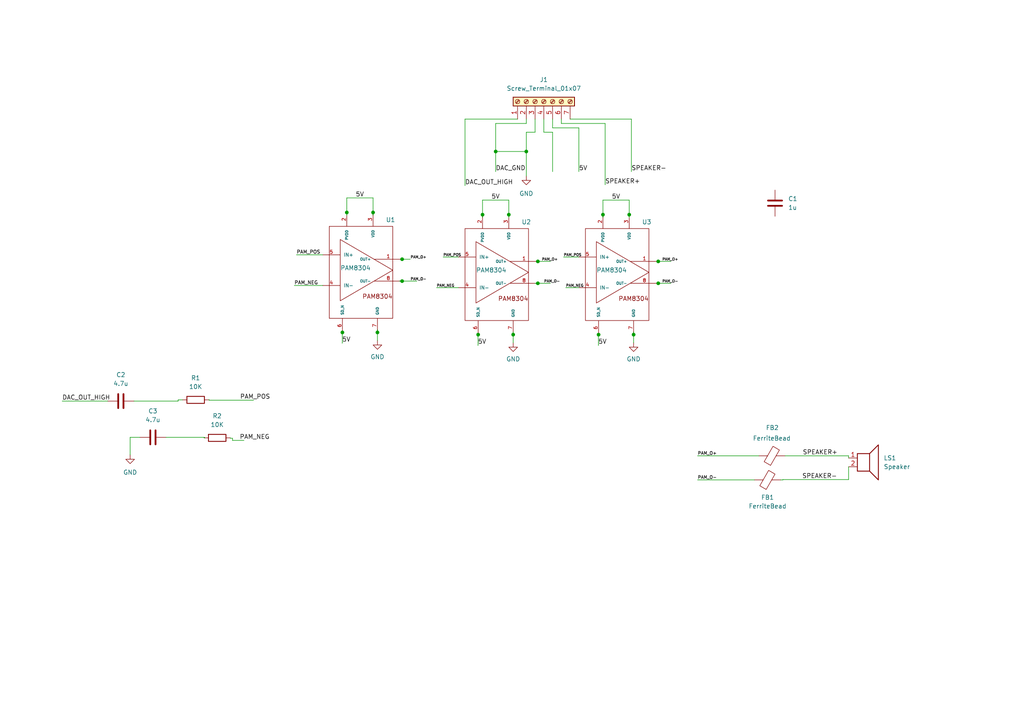
<source format=kicad_sch>
(kicad_sch (version 20230121) (generator eeschema)

  (uuid b3477dd3-09f8-4c01-bb52-5c89c13a892d)

  (paper "A4")

  (lib_symbols
    (symbol "Connector:Screw_Terminal_01x07" (pin_names (offset 1.016) hide) (in_bom yes) (on_board yes)
      (property "Reference" "J" (at 0 10.16 0)
        (effects (font (size 1.27 1.27)))
      )
      (property "Value" "Screw_Terminal_01x07" (at 0 -10.16 0)
        (effects (font (size 1.27 1.27)))
      )
      (property "Footprint" "" (at 0 0 0)
        (effects (font (size 1.27 1.27)) hide)
      )
      (property "Datasheet" "~" (at 0 0 0)
        (effects (font (size 1.27 1.27)) hide)
      )
      (property "ki_keywords" "screw terminal" (at 0 0 0)
        (effects (font (size 1.27 1.27)) hide)
      )
      (property "ki_description" "Generic screw terminal, single row, 01x07, script generated (kicad-library-utils/schlib/autogen/connector/)" (at 0 0 0)
        (effects (font (size 1.27 1.27)) hide)
      )
      (property "ki_fp_filters" "TerminalBlock*:*" (at 0 0 0)
        (effects (font (size 1.27 1.27)) hide)
      )
      (symbol "Screw_Terminal_01x07_1_1"
        (rectangle (start -1.27 8.89) (end 1.27 -8.89)
          (stroke (width 0.254) (type default))
          (fill (type background))
        )
        (circle (center 0 -7.62) (radius 0.635)
          (stroke (width 0.1524) (type default))
          (fill (type none))
        )
        (circle (center 0 -5.08) (radius 0.635)
          (stroke (width 0.1524) (type default))
          (fill (type none))
        )
        (circle (center 0 -2.54) (radius 0.635)
          (stroke (width 0.1524) (type default))
          (fill (type none))
        )
        (polyline
          (pts
            (xy -0.5334 -7.2898)
            (xy 0.3302 -8.128)
          )
          (stroke (width 0.1524) (type default))
          (fill (type none))
        )
        (polyline
          (pts
            (xy -0.5334 -4.7498)
            (xy 0.3302 -5.588)
          )
          (stroke (width 0.1524) (type default))
          (fill (type none))
        )
        (polyline
          (pts
            (xy -0.5334 -2.2098)
            (xy 0.3302 -3.048)
          )
          (stroke (width 0.1524) (type default))
          (fill (type none))
        )
        (polyline
          (pts
            (xy -0.5334 0.3302)
            (xy 0.3302 -0.508)
          )
          (stroke (width 0.1524) (type default))
          (fill (type none))
        )
        (polyline
          (pts
            (xy -0.5334 2.8702)
            (xy 0.3302 2.032)
          )
          (stroke (width 0.1524) (type default))
          (fill (type none))
        )
        (polyline
          (pts
            (xy -0.5334 5.4102)
            (xy 0.3302 4.572)
          )
          (stroke (width 0.1524) (type default))
          (fill (type none))
        )
        (polyline
          (pts
            (xy -0.5334 7.9502)
            (xy 0.3302 7.112)
          )
          (stroke (width 0.1524) (type default))
          (fill (type none))
        )
        (polyline
          (pts
            (xy -0.3556 -7.112)
            (xy 0.508 -7.9502)
          )
          (stroke (width 0.1524) (type default))
          (fill (type none))
        )
        (polyline
          (pts
            (xy -0.3556 -4.572)
            (xy 0.508 -5.4102)
          )
          (stroke (width 0.1524) (type default))
          (fill (type none))
        )
        (polyline
          (pts
            (xy -0.3556 -2.032)
            (xy 0.508 -2.8702)
          )
          (stroke (width 0.1524) (type default))
          (fill (type none))
        )
        (polyline
          (pts
            (xy -0.3556 0.508)
            (xy 0.508 -0.3302)
          )
          (stroke (width 0.1524) (type default))
          (fill (type none))
        )
        (polyline
          (pts
            (xy -0.3556 3.048)
            (xy 0.508 2.2098)
          )
          (stroke (width 0.1524) (type default))
          (fill (type none))
        )
        (polyline
          (pts
            (xy -0.3556 5.588)
            (xy 0.508 4.7498)
          )
          (stroke (width 0.1524) (type default))
          (fill (type none))
        )
        (polyline
          (pts
            (xy -0.3556 8.128)
            (xy 0.508 7.2898)
          )
          (stroke (width 0.1524) (type default))
          (fill (type none))
        )
        (circle (center 0 0) (radius 0.635)
          (stroke (width 0.1524) (type default))
          (fill (type none))
        )
        (circle (center 0 2.54) (radius 0.635)
          (stroke (width 0.1524) (type default))
          (fill (type none))
        )
        (circle (center 0 5.08) (radius 0.635)
          (stroke (width 0.1524) (type default))
          (fill (type none))
        )
        (circle (center 0 7.62) (radius 0.635)
          (stroke (width 0.1524) (type default))
          (fill (type none))
        )
        (pin passive line (at -5.08 7.62 0) (length 3.81)
          (name "Pin_1" (effects (font (size 1.27 1.27))))
          (number "1" (effects (font (size 1.27 1.27))))
        )
        (pin passive line (at -5.08 5.08 0) (length 3.81)
          (name "Pin_2" (effects (font (size 1.27 1.27))))
          (number "2" (effects (font (size 1.27 1.27))))
        )
        (pin passive line (at -5.08 2.54 0) (length 3.81)
          (name "Pin_3" (effects (font (size 1.27 1.27))))
          (number "3" (effects (font (size 1.27 1.27))))
        )
        (pin passive line (at -5.08 0 0) (length 3.81)
          (name "Pin_4" (effects (font (size 1.27 1.27))))
          (number "4" (effects (font (size 1.27 1.27))))
        )
        (pin passive line (at -5.08 -2.54 0) (length 3.81)
          (name "Pin_5" (effects (font (size 1.27 1.27))))
          (number "5" (effects (font (size 1.27 1.27))))
        )
        (pin passive line (at -5.08 -5.08 0) (length 3.81)
          (name "Pin_6" (effects (font (size 1.27 1.27))))
          (number "6" (effects (font (size 1.27 1.27))))
        )
        (pin passive line (at -5.08 -7.62 0) (length 3.81)
          (name "Pin_7" (effects (font (size 1.27 1.27))))
          (number "7" (effects (font (size 1.27 1.27))))
        )
      )
    )
    (symbol "Device:C" (pin_numbers hide) (pin_names (offset 0.254)) (in_bom yes) (on_board yes)
      (property "Reference" "C" (at 0.635 2.54 0)
        (effects (font (size 1.27 1.27)) (justify left))
      )
      (property "Value" "C" (at 0.635 -2.54 0)
        (effects (font (size 1.27 1.27)) (justify left))
      )
      (property "Footprint" "" (at 0.9652 -3.81 0)
        (effects (font (size 1.27 1.27)) hide)
      )
      (property "Datasheet" "~" (at 0 0 0)
        (effects (font (size 1.27 1.27)) hide)
      )
      (property "ki_keywords" "cap capacitor" (at 0 0 0)
        (effects (font (size 1.27 1.27)) hide)
      )
      (property "ki_description" "Unpolarized capacitor" (at 0 0 0)
        (effects (font (size 1.27 1.27)) hide)
      )
      (property "ki_fp_filters" "C_*" (at 0 0 0)
        (effects (font (size 1.27 1.27)) hide)
      )
      (symbol "C_0_1"
        (polyline
          (pts
            (xy -2.032 -0.762)
            (xy 2.032 -0.762)
          )
          (stroke (width 0.508) (type default))
          (fill (type none))
        )
        (polyline
          (pts
            (xy -2.032 0.762)
            (xy 2.032 0.762)
          )
          (stroke (width 0.508) (type default))
          (fill (type none))
        )
      )
      (symbol "C_1_1"
        (pin passive line (at 0 3.81 270) (length 2.794)
          (name "~" (effects (font (size 1.27 1.27))))
          (number "1" (effects (font (size 1.27 1.27))))
        )
        (pin passive line (at 0 -3.81 90) (length 2.794)
          (name "~" (effects (font (size 1.27 1.27))))
          (number "2" (effects (font (size 1.27 1.27))))
        )
      )
    )
    (symbol "Device:FerriteBead" (pin_numbers hide) (pin_names (offset 0)) (in_bom yes) (on_board yes)
      (property "Reference" "FB" (at -3.81 0.635 90)
        (effects (font (size 1.27 1.27)))
      )
      (property "Value" "FerriteBead" (at 3.81 0 90)
        (effects (font (size 1.27 1.27)))
      )
      (property "Footprint" "" (at -1.778 0 90)
        (effects (font (size 1.27 1.27)) hide)
      )
      (property "Datasheet" "~" (at 0 0 0)
        (effects (font (size 1.27 1.27)) hide)
      )
      (property "ki_keywords" "L ferrite bead inductor filter" (at 0 0 0)
        (effects (font (size 1.27 1.27)) hide)
      )
      (property "ki_description" "Ferrite bead" (at 0 0 0)
        (effects (font (size 1.27 1.27)) hide)
      )
      (property "ki_fp_filters" "Inductor_* L_* *Ferrite*" (at 0 0 0)
        (effects (font (size 1.27 1.27)) hide)
      )
      (symbol "FerriteBead_0_1"
        (polyline
          (pts
            (xy 0 -1.27)
            (xy 0 -1.2192)
          )
          (stroke (width 0) (type default))
          (fill (type none))
        )
        (polyline
          (pts
            (xy 0 1.27)
            (xy 0 1.2954)
          )
          (stroke (width 0) (type default))
          (fill (type none))
        )
        (polyline
          (pts
            (xy -2.7686 0.4064)
            (xy -1.7018 2.2606)
            (xy 2.7686 -0.3048)
            (xy 1.6764 -2.159)
            (xy -2.7686 0.4064)
          )
          (stroke (width 0) (type default))
          (fill (type none))
        )
      )
      (symbol "FerriteBead_1_1"
        (pin passive line (at 0 3.81 270) (length 2.54)
          (name "~" (effects (font (size 1.27 1.27))))
          (number "1" (effects (font (size 1.27 1.27))))
        )
        (pin passive line (at 0 -3.81 90) (length 2.54)
          (name "~" (effects (font (size 1.27 1.27))))
          (number "2" (effects (font (size 1.27 1.27))))
        )
      )
    )
    (symbol "Device:R" (pin_numbers hide) (pin_names (offset 0)) (in_bom yes) (on_board yes)
      (property "Reference" "R" (at 2.032 0 90)
        (effects (font (size 1.27 1.27)))
      )
      (property "Value" "R" (at 0 0 90)
        (effects (font (size 1.27 1.27)))
      )
      (property "Footprint" "" (at -1.778 0 90)
        (effects (font (size 1.27 1.27)) hide)
      )
      (property "Datasheet" "~" (at 0 0 0)
        (effects (font (size 1.27 1.27)) hide)
      )
      (property "ki_keywords" "R res resistor" (at 0 0 0)
        (effects (font (size 1.27 1.27)) hide)
      )
      (property "ki_description" "Resistor" (at 0 0 0)
        (effects (font (size 1.27 1.27)) hide)
      )
      (property "ki_fp_filters" "R_*" (at 0 0 0)
        (effects (font (size 1.27 1.27)) hide)
      )
      (symbol "R_0_1"
        (rectangle (start -1.016 -2.54) (end 1.016 2.54)
          (stroke (width 0.254) (type default))
          (fill (type none))
        )
      )
      (symbol "R_1_1"
        (pin passive line (at 0 3.81 270) (length 1.27)
          (name "~" (effects (font (size 1.27 1.27))))
          (number "1" (effects (font (size 1.27 1.27))))
        )
        (pin passive line (at 0 -3.81 90) (length 1.27)
          (name "~" (effects (font (size 1.27 1.27))))
          (number "2" (effects (font (size 1.27 1.27))))
        )
      )
    )
    (symbol "Device:Speaker" (pin_names (offset 0) hide) (in_bom yes) (on_board yes)
      (property "Reference" "LS" (at 1.27 5.715 0)
        (effects (font (size 1.27 1.27)) (justify right))
      )
      (property "Value" "Speaker" (at 1.27 3.81 0)
        (effects (font (size 1.27 1.27)) (justify right))
      )
      (property "Footprint" "" (at 0 -5.08 0)
        (effects (font (size 1.27 1.27)) hide)
      )
      (property "Datasheet" "~" (at -0.254 -1.27 0)
        (effects (font (size 1.27 1.27)) hide)
      )
      (property "ki_keywords" "speaker sound" (at 0 0 0)
        (effects (font (size 1.27 1.27)) hide)
      )
      (property "ki_description" "Speaker" (at 0 0 0)
        (effects (font (size 1.27 1.27)) hide)
      )
      (symbol "Speaker_0_0"
        (rectangle (start -2.54 1.27) (end 1.016 -3.81)
          (stroke (width 0.254) (type default))
          (fill (type none))
        )
        (polyline
          (pts
            (xy 1.016 1.27)
            (xy 3.556 3.81)
            (xy 3.556 -6.35)
            (xy 1.016 -3.81)
          )
          (stroke (width 0.254) (type default))
          (fill (type none))
        )
      )
      (symbol "Speaker_1_1"
        (pin input line (at -5.08 0 0) (length 2.54)
          (name "1" (effects (font (size 1.27 1.27))))
          (number "1" (effects (font (size 1.27 1.27))))
        )
        (pin input line (at -5.08 -2.54 0) (length 2.54)
          (name "2" (effects (font (size 1.27 1.27))))
          (number "2" (effects (font (size 1.27 1.27))))
        )
      )
    )
    (symbol "Symbol_library:Audio_Amp" (pin_names (offset 1)) (in_bom yes) (on_board yes)
      (property "Reference" "U" (at 8.89 13.335 0)
        (effects (font (size 1.27 1.27)))
      )
      (property "Value" "" (at 0 0 0)
        (effects (font (size 1.27 1.27)))
      )
      (property "Footprint" "" (at 0 0 0)
        (effects (font (size 1.27 1.27)) hide)
      )
      (property "Datasheet" "" (at 0 0 0)
        (effects (font (size 1.27 1.27)) hide)
      )
      (symbol "Audio_Amp_0_1"
        (rectangle (start -7.62 12.065) (end 10.795 -14.605)
          (stroke (width 0) (type default))
          (fill (type none))
        )
        (polyline
          (pts
            (xy -4.445 8.255)
            (xy -4.445 -9.525)
            (xy 10.795 -0.635)
            (xy -4.445 8.255)
          )
          (stroke (width 0) (type default))
          (fill (type none))
        )
      )
      (symbol "Audio_Amp_1_1"
        (text "PAM8304" (at 6.35 -8.255 0)
          (effects (font (size 1.27 1.27)))
        )
        (pin output line (at 13.5 2.54 180) (length 8)
          (name "OUT+" (effects (font (size 0.75 0.75))))
          (number "1" (effects (font (size 1 1))))
        )
        (pin power_in line (at -2.54 16.1 270) (length 4)
          (name "PVDD" (effects (font (size 0.75 0.75))))
          (number "2" (effects (font (size 1 1))))
        )
        (pin power_in line (at 5.08 16.1 270) (length 4)
          (name "VDD" (effects (font (size 0.75 0.75))))
          (number "3" (effects (font (size 1 1))))
        )
        (pin input line (at -9.525 -5.08 0) (length 5)
          (name "IN-" (effects (font (size 1 1))))
          (number "4" (effects (font (size 1 1))))
        )
        (pin input line (at -9.525 3.81 0) (length 5)
          (name "IN+" (effects (font (size 1 1))))
          (number "5" (effects (font (size 1 1))))
        )
        (pin input line (at -3.81 -18.7 90) (length 4)
          (name "SD_N" (effects (font (size 0.75 0.75))))
          (number "6" (effects (font (size 1 1))))
        )
        (pin power_in line (at 6.35 -18.7 90) (length 4)
          (name "GND" (effects (font (size 0.75 0.75))))
          (number "7" (effects (font (size 1 1))))
        )
        (pin output line (at 13.5 -3.81 180) (length 8)
          (name "OUT-" (effects (font (size 0.75 0.75))))
          (number "8" (effects (font (size 1 1))))
        )
      )
    )
    (symbol "power:GND" (power) (pin_names (offset 0)) (in_bom yes) (on_board yes)
      (property "Reference" "#PWR" (at 0 -6.35 0)
        (effects (font (size 1.27 1.27)) hide)
      )
      (property "Value" "GND" (at 0 -3.81 0)
        (effects (font (size 1.27 1.27)))
      )
      (property "Footprint" "" (at 0 0 0)
        (effects (font (size 1.27 1.27)) hide)
      )
      (property "Datasheet" "" (at 0 0 0)
        (effects (font (size 1.27 1.27)) hide)
      )
      (property "ki_keywords" "global power" (at 0 0 0)
        (effects (font (size 1.27 1.27)) hide)
      )
      (property "ki_description" "Power symbol creates a global label with name \"GND\" , ground" (at 0 0 0)
        (effects (font (size 1.27 1.27)) hide)
      )
      (symbol "GND_0_1"
        (polyline
          (pts
            (xy 0 0)
            (xy 0 -1.27)
            (xy 1.27 -1.27)
            (xy 0 -2.54)
            (xy -1.27 -1.27)
            (xy 0 -1.27)
          )
          (stroke (width 0) (type default))
          (fill (type none))
        )
      )
      (symbol "GND_1_1"
        (pin power_in line (at 0 0 270) (length 0) hide
          (name "GND" (effects (font (size 1.27 1.27))))
          (number "1" (effects (font (size 1.27 1.27))))
        )
      )
    )
  )

  (junction (at 138.684 97.059) (diameter 0) (color 0 0 0 0)
    (uuid 1cbe19ab-b57d-4cd6-aae0-f939db9917c8)
  )
  (junction (at 108.204 61.624) (diameter 0) (color 0 0 0 0)
    (uuid 22999e48-cac7-4da3-99a4-c43d92c993ea)
  )
  (junction (at 116.624 81.534) (diameter 0) (color 0 0 0 0)
    (uuid 2c561af5-afcf-427b-b5ff-b85141c397de)
  )
  (junction (at 139.954 62.259) (diameter 0) (color 0 0 0 0)
    (uuid 3b58c753-6a4f-4e3c-96a9-0e63246af501)
  )
  (junction (at 147.574 62.259) (diameter 0) (color 0 0 0 0)
    (uuid 42117b3b-a6ca-4fae-8992-d42b13015a2d)
  )
  (junction (at 99.314 96.424) (diameter 0) (color 0 0 0 0)
    (uuid 46e67821-3991-4166-94b7-bf466772830d)
  )
  (junction (at 143.764 43.942) (diameter 0) (color 0 0 0 0)
    (uuid 4b43f50e-e7bb-44db-935c-8e47a0d81fb2)
  )
  (junction (at 183.769 97.059) (diameter 0) (color 0 0 0 0)
    (uuid 4ed3393d-f822-4e5e-bdfa-ff96dd86b2ba)
  )
  (junction (at 148.844 97.059) (diameter 0) (color 0 0 0 0)
    (uuid 4fc6e0f2-4793-432a-a62b-b7bb85ab11f1)
  )
  (junction (at 174.879 62.259) (diameter 0) (color 0 0 0 0)
    (uuid 51d5ae03-1495-4e43-84e2-dea0a17120a4)
  )
  (junction (at 152.654 43.942) (diameter 0) (color 0 0 0 0)
    (uuid 7095cfb5-a52c-4c14-b2cc-04bcb260fcc2)
  )
  (junction (at 190.919 75.819) (diameter 0) (color 0 0 0 0)
    (uuid 7e22a0b0-c3fc-4ca5-bf17-ae6ecf236b68)
  )
  (junction (at 109.474 96.424) (diameter 0) (color 0 0 0 0)
    (uuid 9d7fcff4-8da4-4200-9401-9e443ce39043)
  )
  (junction (at 190.919 82.169) (diameter 0) (color 0 0 0 0)
    (uuid abe41cb9-d510-4650-87dc-4f0ef6f410ae)
  )
  (junction (at 182.499 62.259) (diameter 0) (color 0 0 0 0)
    (uuid b53180ca-c052-46be-9dbc-c5cb51d6ce20)
  )
  (junction (at 173.609 97.059) (diameter 0) (color 0 0 0 0)
    (uuid c34ef0d0-89c0-4801-8744-5e5719d66712)
  )
  (junction (at 116.624 75.184) (diameter 0) (color 0 0 0 0)
    (uuid c8ce6cca-8fa0-420a-ba72-f50b565eb6a5)
  )
  (junction (at 155.994 75.819) (diameter 0) (color 0 0 0 0)
    (uuid f0897235-57fd-4d47-92aa-edade61c2be6)
  )
  (junction (at 100.584 61.624) (diameter 0) (color 0 0 0 0)
    (uuid f3c67928-781e-4e1f-8701-6240b68f4504)
  )
  (junction (at 155.994 82.169) (diameter 0) (color 0 0 0 0)
    (uuid f5a7397c-0363-4662-b3eb-8e0fe7b53669)
  )

  (wire (pts (xy 60.706 116.078) (xy 73.5584 116.078))
    (stroke (width 0) (type default))
    (uuid 00003d45-8719-4e09-830b-64a3b2768b17)
  )
  (wire (pts (xy 99.2632 96.393) (xy 99.2886 98.806))
    (stroke (width 0) (type default))
    (uuid 04a33a43-82f1-431b-84e1-b971f379b71d)
  )
  (wire (pts (xy 143.764 35.814) (xy 143.764 43.942))
    (stroke (width 0) (type default))
    (uuid 04f3498a-b9a0-4676-b13f-c4f36037b59d)
  )
  (wire (pts (xy 134.874 34.544) (xy 134.874 53.848))
    (stroke (width 0) (type default))
    (uuid 06fd5405-9184-4466-b7eb-4a6d0c42864d)
  )
  (wire (pts (xy 138.5824 97.028) (xy 138.5824 97.059))
    (stroke (width 0) (type default))
    (uuid 0ba6dc89-6d3e-4c65-a3a8-7e3116b00df4)
  )
  (wire (pts (xy 167.894 37.084) (xy 167.894 49.784))
    (stroke (width 0) (type default))
    (uuid 0d838369-102b-4318-be66-0b1d38ec0ed6)
  )
  (wire (pts (xy 190.919 82.169) (xy 194.564 82.169))
    (stroke (width 0) (type default))
    (uuid 0f6e8037-57ae-4593-8716-9c582f7b4fcf)
  )
  (wire (pts (xy 202.311 132.207) (xy 220.091 132.207))
    (stroke (width 0) (type default))
    (uuid 1213eb3e-418d-4717-8ba5-694e1090e2a9)
  )
  (wire (pts (xy 202.311 139.192) (xy 218.821 139.192))
    (stroke (width 0) (type default))
    (uuid 152f88ad-0750-4beb-97e4-1faf4a9f9c77)
  )
  (wire (pts (xy 115.824 81.534) (xy 116.624 81.534))
    (stroke (width 0) (type default))
    (uuid 16e72bbd-fb2b-40b0-9265-568037da4c47)
  )
  (wire (pts (xy 163.449 74.549) (xy 167.894 74.549))
    (stroke (width 0) (type default))
    (uuid 173929ba-e1de-4053-8332-2e36d5cb38d9)
  )
  (wire (pts (xy 190.919 75.819) (xy 194.564 75.819))
    (stroke (width 0) (type default))
    (uuid 1cb390a7-af2e-4bf9-a818-8c7107634a73)
  )
  (wire (pts (xy 99.314 96.4184) (xy 99.314 96.424))
    (stroke (width 0) (type default))
    (uuid 2174a2bc-5d7e-407f-9d0a-777c84be501d)
  )
  (wire (pts (xy 164.084 83.439) (xy 167.894 83.439))
    (stroke (width 0) (type default))
    (uuid 265cd720-c496-48c2-ba17-9cace065b1ae)
  )
  (wire (pts (xy 99.2632 96.393) (xy 99.2124 96.393))
    (stroke (width 0) (type default))
    (uuid 28e3e002-fa08-4bc5-afe0-f6fd17edddcd)
  )
  (wire (pts (xy 100.584 61.624) (xy 100.584 62.484))
    (stroke (width 0) (type default))
    (uuid 29db86e4-8d0c-4176-9997-5f8fa30e91c8)
  )
  (wire (pts (xy 246.126 132.207) (xy 246.126 132.842))
    (stroke (width 0) (type default))
    (uuid 314dc7f4-c068-4504-be5e-ab0ddb500162)
  )
  (wire (pts (xy 157.734 38.354) (xy 157.734 34.544))
    (stroke (width 0) (type default))
    (uuid 34fb2549-59dc-4b6b-b47e-8406756e690f)
  )
  (wire (pts (xy 138.5824 97.059) (xy 138.684 97.059))
    (stroke (width 0) (type default))
    (uuid 357b42b8-45b9-459b-98ba-278ac79dca06)
  )
  (wire (pts (xy 160.274 38.354) (xy 157.734 38.354))
    (stroke (width 0) (type default))
    (uuid 37678e26-603f-4dc6-beae-f7018be1bb3c)
  )
  (wire (pts (xy 85.344 82.804) (xy 93.599 82.804))
    (stroke (width 0) (type default))
    (uuid 38b56f33-9322-410d-be04-628528df00db)
  )
  (wire (pts (xy 246.126 139.0904) (xy 246.126 135.382))
    (stroke (width 0) (type default))
    (uuid 3bd34b8a-9821-4377-9240-d37b9eebccdd)
  )
  (wire (pts (xy 100.584 57.404) (xy 100.584 61.624))
    (stroke (width 0) (type default))
    (uuid 3c2d7ae0-ebda-4e08-bcc6-4511738bd4f7)
  )
  (wire (pts (xy 143.764 43.942) (xy 143.764 49.784))
    (stroke (width 0) (type default))
    (uuid 3dadbd49-c7d3-4166-bccb-eea3864e4236)
  )
  (wire (pts (xy 162.814 35.814) (xy 175.514 35.814))
    (stroke (width 0) (type default))
    (uuid 3e0c1e73-bf29-4a0f-9ead-cb5f2f6bf98f)
  )
  (wire (pts (xy 173.5074 97.059) (xy 173.609 97.059))
    (stroke (width 0) (type default))
    (uuid 3e268901-a17f-49aa-b905-9ae88c08d5ac)
  )
  (wire (pts (xy 138.6332 97.028) (xy 138.6586 99.441))
    (stroke (width 0) (type default))
    (uuid 3f8a636e-e053-4ed1-a9ed-551754d484b2)
  )
  (wire (pts (xy 162.814 34.544) (xy 162.814 35.814))
    (stroke (width 0) (type default))
    (uuid 43a5b1d5-e6f2-41cf-aa51-0ceb76349ef8)
  )
  (wire (pts (xy 182.499 62.259) (xy 182.499 63.119))
    (stroke (width 0) (type default))
    (uuid 45bdb0c1-7504-42f8-aa4a-cccb76339792)
  )
  (wire (pts (xy 67.437 127.7366) (xy 70.7644 127.7366))
    (stroke (width 0) (type default))
    (uuid 4611164f-dec9-415c-98ad-1e3d92ef13f0)
  )
  (wire (pts (xy 31.242 116.332) (xy 18.034 116.332))
    (stroke (width 0) (type default))
    (uuid 4935448b-6bfc-4a37-887c-0b7829f527ab)
  )
  (wire (pts (xy 128.524 74.549) (xy 132.969 74.549))
    (stroke (width 0) (type default))
    (uuid 49d7a669-5993-49f3-b354-eae209d135b6)
  )
  (wire (pts (xy 183.769 97.059) (xy 183.769 99.4156))
    (stroke (width 0) (type default))
    (uuid 4abf45b7-1d59-4788-b2a6-a03e1bfaa1cc)
  )
  (wire (pts (xy 116.459 75.184) (xy 116.624 75.184))
    (stroke (width 0) (type default))
    (uuid 4e01cc1c-e824-4aa8-93b3-00cacef2d254)
  )
  (wire (pts (xy 173.5074 100.1268) (xy 173.5836 100.1268))
    (stroke (width 0) (type default))
    (uuid 4f06ca7b-b466-4e10-8def-7ce1dec399c1)
  )
  (wire (pts (xy 182.499 58.039) (xy 182.499 62.259))
    (stroke (width 0) (type default))
    (uuid 504d556b-b943-443e-b218-2fa8d543058c)
  )
  (wire (pts (xy 155.194 38.354) (xy 155.194 34.544))
    (stroke (width 0) (type default))
    (uuid 506b341a-2157-48cd-83a3-244c89ea35fe)
  )
  (wire (pts (xy 155.194 82.169) (xy 155.994 82.169))
    (stroke (width 0) (type default))
    (uuid 55eeb6e0-b124-4b29-b6d5-9cfe9f486e1c)
  )
  (wire (pts (xy 67.437 127.1016) (xy 66.802 127.1016))
    (stroke (width 0) (type default))
    (uuid 56813d98-c8a2-40ad-8fa2-8fbfb66b6103)
  )
  (wire (pts (xy 138.6586 100.1268) (xy 138.6586 99.441))
    (stroke (width 0) (type default))
    (uuid 59165131-6e3e-4997-ab8d-6ad97408de05)
  )
  (wire (pts (xy 85.979 73.914) (xy 93.599 73.914))
    (stroke (width 0) (type default))
    (uuid 5933016a-d25e-4578-9576-f3e51c8e85df)
  )
  (wire (pts (xy 116.624 81.534) (xy 120.904 81.534))
    (stroke (width 0) (type default))
    (uuid 5add6d9a-bdf0-4f28-8214-4420314d3764)
  )
  (wire (pts (xy 67.437 127.7366) (xy 67.437 127.1016))
    (stroke (width 0) (type default))
    (uuid 5ea2390b-87b2-43b8-9e7f-8e2c160295f4)
  )
  (wire (pts (xy 173.5074 97.028) (xy 173.5074 97.059))
    (stroke (width 0) (type default))
    (uuid 625b173a-05ff-4755-9d5f-67e3b428e2c6)
  )
  (wire (pts (xy 37.7444 126.8476) (xy 37.7444 131.9276))
    (stroke (width 0) (type default))
    (uuid 68a63086-3668-4477-b612-33299927693a)
  )
  (wire (pts (xy 152.654 38.354) (xy 155.194 38.354))
    (stroke (width 0) (type default))
    (uuid 68aa782e-4c82-4d8d-8a35-5f3e94d3f45d)
  )
  (wire (pts (xy 143.764 43.942) (xy 152.654 43.942))
    (stroke (width 0) (type default))
    (uuid 6e047242-a47f-4440-b2eb-399c37dd3716)
  )
  (wire (pts (xy 60.706 115.9764) (xy 60.5536 115.9764))
    (stroke (width 0) (type default))
    (uuid 6e392a74-01d6-46d4-afd3-10472eba196b)
  )
  (wire (pts (xy 173.5836 100.1268) (xy 173.5836 99.441))
    (stroke (width 0) (type default))
    (uuid 7153370f-8980-460c-b962-ab09d1ace873)
  )
  (wire (pts (xy 147.574 62.259) (xy 147.574 63.119))
    (stroke (width 0) (type default))
    (uuid 75c70d54-3b8f-4852-8853-a3f2a7682638)
  )
  (wire (pts (xy 174.879 62.259) (xy 174.879 63.119))
    (stroke (width 0) (type default))
    (uuid 769d2a03-ffe8-457f-94ff-f62a8a37b55d)
  )
  (wire (pts (xy 173.609 97.0534) (xy 173.609 97.059))
    (stroke (width 0) (type default))
    (uuid 7a4aa0c8-eddd-4176-ad8b-809579431381)
  )
  (wire (pts (xy 148.844 96.2152) (xy 148.844 97.059))
    (stroke (width 0) (type default))
    (uuid 7b1ec7c3-6846-47c4-b809-df99be35d5c0)
  )
  (wire (pts (xy 126.619 83.439) (xy 132.969 83.439))
    (stroke (width 0) (type default))
    (uuid 7be3dc18-4260-4cb1-b17b-b041ea72838f)
  )
  (wire (pts (xy 147.574 58.039) (xy 147.574 62.259))
    (stroke (width 0) (type default))
    (uuid 7e10e8f0-7ea6-4a1f-a351-e6ba2fd38a01)
  )
  (wire (pts (xy 138.6332 97.028) (xy 138.5824 97.028))
    (stroke (width 0) (type default))
    (uuid 7e30e2bf-4856-419e-939d-3032921b7a66)
  )
  (wire (pts (xy 226.441 139.192) (xy 227.076 139.192))
    (stroke (width 0) (type default))
    (uuid 80180bc0-186b-4804-b45b-b6331277c713)
  )
  (wire (pts (xy 116.624 75.184) (xy 118.999 75.184))
    (stroke (width 0) (type default))
    (uuid 808416d1-4a18-4644-b328-c5b8a83b2c4b)
  )
  (wire (pts (xy 139.954 58.039) (xy 147.574 58.039))
    (stroke (width 0) (type default))
    (uuid 84986490-ac3c-4955-ac12-491b9a778f2d)
  )
  (wire (pts (xy 155.829 75.819) (xy 155.994 75.819))
    (stroke (width 0) (type default))
    (uuid 85af0d1d-4034-4a0e-a9ec-0c74f35ac727)
  )
  (wire (pts (xy 190.754 75.819) (xy 190.919 75.819))
    (stroke (width 0) (type default))
    (uuid 88b30c91-78bc-40b4-af6e-0f38de118ae4)
  )
  (wire (pts (xy 227.076 139.192) (xy 227.076 139.0904))
    (stroke (width 0) (type default))
    (uuid 89e6585f-aa92-4175-81d1-9c7e5ec43bd7)
  )
  (wire (pts (xy 109.474 95.5802) (xy 109.474 96.424))
    (stroke (width 0) (type default))
    (uuid 8d6b6a5b-1662-4e26-acae-cde2bdc972e0)
  )
  (wire (pts (xy 99.2124 99.4918) (xy 99.2886 99.4918))
    (stroke (width 0) (type default))
    (uuid 8ef8fe2a-850d-4d44-bf8b-42f609d2fc76)
  )
  (wire (pts (xy 100.584 57.404) (xy 108.204 57.404))
    (stroke (width 0) (type default))
    (uuid 955eade3-8509-4e68-9fe1-2855b12c625f)
  )
  (wire (pts (xy 152.654 38.354) (xy 152.654 43.942))
    (stroke (width 0) (type default))
    (uuid 96d1030a-0253-4d3d-b101-ea37ce807703)
  )
  (wire (pts (xy 109.474 96.424) (xy 109.474 98.7806))
    (stroke (width 0) (type default))
    (uuid 96d84dcf-31e4-4d00-83e0-0aed0366a026)
  )
  (wire (pts (xy 227.711 132.207) (xy 246.126 132.207))
    (stroke (width 0) (type default))
    (uuid 97a3b189-401c-4315-a425-f667e8782aec)
  )
  (wire (pts (xy 160.274 37.084) (xy 167.894 37.084))
    (stroke (width 0) (type default))
    (uuid 990486b3-e6e8-4cb0-9f42-1be014c12b41)
  )
  (wire (pts (xy 138.684 97.0534) (xy 138.684 97.059))
    (stroke (width 0) (type default))
    (uuid 9ff86e08-a29e-49fc-ae18-c8af56b08c35)
  )
  (wire (pts (xy 183.769 96.2152) (xy 183.769 97.059))
    (stroke (width 0) (type default))
    (uuid a382f6bb-8168-45b1-a88d-2598de10233b)
  )
  (wire (pts (xy 139.954 58.039) (xy 139.954 62.259))
    (stroke (width 0) (type default))
    (uuid a3f43e63-ee1e-4d3a-9504-db59d699ea1b)
  )
  (wire (pts (xy 183.134 34.544) (xy 183.134 49.784))
    (stroke (width 0) (type default))
    (uuid a907a677-1763-46c2-b2ae-6725dd12c190)
  )
  (wire (pts (xy 99.2124 96.393) (xy 99.2124 96.424))
    (stroke (width 0) (type default))
    (uuid aa209b38-20a9-4421-ba6a-b682f2ff6e5e)
  )
  (wire (pts (xy 143.764 35.814) (xy 152.654 35.814))
    (stroke (width 0) (type default))
    (uuid abdcc6e0-d8b1-49c5-880c-496a7295e6be)
  )
  (wire (pts (xy 134.874 34.544) (xy 150.114 34.544))
    (stroke (width 0) (type default))
    (uuid aed89f3b-23d8-45e9-af9a-c667c8be4090)
  )
  (wire (pts (xy 165.354 34.544) (xy 183.134 34.544))
    (stroke (width 0) (type default))
    (uuid afd0c13f-dc95-448b-98fd-5d5aa51896e1)
  )
  (wire (pts (xy 190.754 82.169) (xy 190.919 82.169))
    (stroke (width 0) (type default))
    (uuid b209d0d4-20b8-4c6b-aad4-a5b55e01ee32)
  )
  (wire (pts (xy 160.274 38.354) (xy 160.274 49.784))
    (stroke (width 0) (type default))
    (uuid b5ac49e1-3475-48c4-9a12-2b7e01ed35c9)
  )
  (wire (pts (xy 99.2124 96.424) (xy 99.314 96.424))
    (stroke (width 0) (type default))
    (uuid b9a589d3-98a1-49cb-bea5-028e6694f5c4)
  )
  (wire (pts (xy 175.514 35.814) (xy 175.514 53.594))
    (stroke (width 0) (type default))
    (uuid bad46404-b801-466f-88d8-ab55bddfe90e)
  )
  (wire (pts (xy 152.654 35.814) (xy 152.654 34.544))
    (stroke (width 0) (type default))
    (uuid bb52dde2-2004-43c3-9718-fcf5f670531e)
  )
  (wire (pts (xy 155.994 75.819) (xy 159.639 75.819))
    (stroke (width 0) (type default))
    (uuid be5ab7b8-446e-493d-a2bb-0fb0b61c96c4)
  )
  (wire (pts (xy 108.204 57.404) (xy 108.204 61.624))
    (stroke (width 0) (type default))
    (uuid bf99563d-aac1-4583-a93d-514102049d27)
  )
  (wire (pts (xy 48.1584 126.8476) (xy 59.3344 126.8476))
    (stroke (width 0) (type default))
    (uuid c7dc4274-822c-4916-a80e-4a01c91a4a1b)
  )
  (wire (pts (xy 37.7444 126.8476) (xy 40.5384 126.8476))
    (stroke (width 0) (type default))
    (uuid c9589210-9acc-4b01-8146-cf20005dc0b1)
  )
  (wire (pts (xy 59.3344 127) (xy 59.182 127))
    (stroke (width 0) (type default))
    (uuid caf9aa6e-c26f-4a52-bd52-900eb0e8b86c)
  )
  (wire (pts (xy 60.706 116.078) (xy 60.706 115.9764))
    (stroke (width 0) (type default))
    (uuid d1255a0c-5609-4265-ae31-63dd6945667a)
  )
  (wire (pts (xy 66.802 127.1016) (xy 66.802 127))
    (stroke (width 0) (type default))
    (uuid d927b324-1325-4c1c-a48a-a83ea96ac7f1)
  )
  (wire (pts (xy 108.204 61.624) (xy 108.204 62.484))
    (stroke (width 0) (type default))
    (uuid da1a3923-ee94-4649-a43a-9f22c8f5766e)
  )
  (wire (pts (xy 139.954 62.259) (xy 139.954 63.119))
    (stroke (width 0) (type default))
    (uuid da493ee5-2b3d-458a-a29e-b090c91afbcc)
  )
  (wire (pts (xy 155.994 82.169) (xy 159.639 82.169))
    (stroke (width 0) (type default))
    (uuid da88ce68-88f5-4f76-a36f-90db29c7bcce)
  )
  (wire (pts (xy 51.6636 115.9764) (xy 51.6636 116.332))
    (stroke (width 0) (type default))
    (uuid de6ea19b-75a5-4ba3-b4ca-55a979b26d1f)
  )
  (wire (pts (xy 173.5582 97.028) (xy 173.5074 97.028))
    (stroke (width 0) (type default))
    (uuid e1fd1e72-06ff-4d0a-bb7b-ad4b0e9f2ccd)
  )
  (wire (pts (xy 174.879 58.039) (xy 174.879 62.259))
    (stroke (width 0) (type default))
    (uuid e2884167-03b4-456c-a563-01349fd1d5be)
  )
  (wire (pts (xy 99.2886 99.4918) (xy 99.2886 98.806))
    (stroke (width 0) (type default))
    (uuid e28ec454-9ac1-444e-811b-be8869124e93)
  )
  (wire (pts (xy 227.076 139.0904) (xy 246.126 139.0904))
    (stroke (width 0) (type default))
    (uuid e3378c84-b48a-4647-bd80-31aa08d5b9f9)
  )
  (wire (pts (xy 51.6636 115.9764) (xy 52.9336 115.9764))
    (stroke (width 0) (type default))
    (uuid e605806a-2e28-41bb-b710-630a4c45bf5d)
  )
  (wire (pts (xy 174.879 58.039) (xy 182.499 58.039))
    (stroke (width 0) (type default))
    (uuid e8d082aa-d9cc-460e-bdc8-3b6b25511386)
  )
  (wire (pts (xy 173.5582 97.028) (xy 173.5836 99.441))
    (stroke (width 0) (type default))
    (uuid e8ebcf3d-c428-45ac-a4c8-c94d8391bcc7)
  )
  (wire (pts (xy 148.844 97.059) (xy 148.844 99.4156))
    (stroke (width 0) (type default))
    (uuid e93ca14e-f043-44c7-9bda-f2b7dce75001)
  )
  (wire (pts (xy 160.274 34.544) (xy 160.274 37.084))
    (stroke (width 0) (type default))
    (uuid ea242981-b53f-4d16-bc8d-49d289e9fed9)
  )
  (wire (pts (xy 152.654 43.942) (xy 152.654 51.054))
    (stroke (width 0) (type default))
    (uuid ee178889-cb99-4f79-811a-fcc67ede1510)
  )
  (wire (pts (xy 138.5824 100.1268) (xy 138.6586 100.1268))
    (stroke (width 0) (type default))
    (uuid f56a7a62-ebb2-48d8-97f0-b65150338ee0)
  )
  (wire (pts (xy 59.3344 126.8476) (xy 59.3344 127))
    (stroke (width 0) (type default))
    (uuid f6428e0a-8849-4d1e-94e5-7650d9a1a03b)
  )
  (wire (pts (xy 38.862 116.332) (xy 51.6636 116.332))
    (stroke (width 0) (type default))
    (uuid fbe08e76-3feb-4b86-9bc6-6aa513fbb559)
  )

  (label "PAM_O+" (at 157.099 75.819 0) (fields_autoplaced)
    (effects (font (size 0.75 0.75)) (justify left bottom))
    (uuid 06a5e9d5-7766-4a96-aeba-f1dfcb8775b9)
  )
  (label "PAM_O+" (at 192.024 75.819 0) (fields_autoplaced)
    (effects (font (size 0.75 0.75)) (justify left bottom))
    (uuid 0a6b7edd-82e0-4655-baac-3605e64b1608)
  )
  (label "PAM_O-" (at 157.734 82.169 0) (fields_autoplaced)
    (effects (font (size 0.75 0.75)) (justify left bottom))
    (uuid 146ed980-92dc-4c4d-ba7b-fd7ec15bbb1b)
  )
  (label "DAC_OUT_HIGH" (at 134.874 53.848 0) (fields_autoplaced)
    (effects (font (size 1.27 1.27)) (justify left bottom))
    (uuid 1930dac4-d7a5-4240-adba-ccd96d5e2c80)
  )
  (label "PAM_NEG" (at 85.344 82.804 0) (fields_autoplaced)
    (effects (font (size 1 1)) (justify left bottom))
    (uuid 3c03435a-495b-4886-958c-3892ea9b3c73)
  )
  (label "5V" (at 177.419 58.039 0) (fields_autoplaced)
    (effects (font (size 1.27 1.27)) (justify left bottom))
    (uuid 4b0dde2d-e6b8-4e8f-adf0-0d8e0e50c42a)
  )
  (label "PAM_O-" (at 192.024 82.169 0) (fields_autoplaced)
    (effects (font (size 0.75 0.75)) (justify left bottom))
    (uuid 51ef134a-f5a1-419a-b26b-e3e23a56d9a2)
  )
  (label "SPEAKER+" (at 232.791 132.207 0) (fields_autoplaced)
    (effects (font (size 1.27 1.27)) (justify left bottom))
    (uuid 6c2d2ec7-eb91-4908-b464-12de86d7eae2)
  )
  (label "PAM_POS" (at 128.524 74.549 0) (fields_autoplaced)
    (effects (font (size 0.75 0.75)) (justify left bottom))
    (uuid 6f55d379-689f-48b9-be48-eca044879015)
  )
  (label "PAM_NEG" (at 69.4944 127.7366 0) (fields_autoplaced)
    (effects (font (size 1.27 1.27)) (justify left bottom))
    (uuid 7b8bb424-606b-4b88-a356-c795d361ef8e)
  )
  (label "DAC_GND" (at 143.764 49.784 0) (fields_autoplaced)
    (effects (font (size 1.27 1.27)) (justify left bottom))
    (uuid 8439bfa6-a8d6-4fe7-ba95-c3cbbfd907a5)
  )
  (label "PAM_O-" (at 118.999 81.534 0) (fields_autoplaced)
    (effects (font (size 0.75 0.75)) (justify left bottom))
    (uuid 8d0c4df4-0170-4fab-ae82-105b8f9c47b0)
  )
  (label "PAM_POS" (at 163.449 74.549 0) (fields_autoplaced)
    (effects (font (size 0.75 0.75)) (justify left bottom))
    (uuid 95d6871b-fde3-402f-9347-cfc1acc76230)
  )
  (label "PAM_NEG" (at 164.084 83.439 0) (fields_autoplaced)
    (effects (font (size 0.75 0.75)) (justify left bottom))
    (uuid 9ba45cbc-440c-4059-b945-b6775ee7346d)
  )
  (label "5V" (at 142.494 58.039 0) (fields_autoplaced)
    (effects (font (size 1.27 1.27)) (justify left bottom))
    (uuid a4839a35-dfbd-435d-88fe-d3cc88819ca4)
  )
  (label "PAM_POS" (at 85.979 73.914 0) (fields_autoplaced)
    (effects (font (size 1 1)) (justify left bottom))
    (uuid b185ca1b-ad96-4a86-98d2-176849bbf450)
  )
  (label "DAC_OUT_HIGH" (at 18.034 116.332 0) (fields_autoplaced)
    (effects (font (size 1.27 1.27)) (justify left bottom))
    (uuid be96ad20-bda3-4bd3-b6f6-5d71ee4cb49b)
  )
  (label "PAM_NEG" (at 126.619 83.439 0) (fields_autoplaced)
    (effects (font (size 0.75 0.75)) (justify left bottom))
    (uuid bf5b2754-9591-4554-bfe0-d21ed581394e)
  )
  (label "SPEAKER-" (at 232.6386 139.0904 0) (fields_autoplaced)
    (effects (font (size 1.27 1.27)) (justify left bottom))
    (uuid c22ee403-a804-4a91-b85e-b4a370c9bc81)
  )
  (label "PAM_POS" (at 69.596 116.078 0) (fields_autoplaced)
    (effects (font (size 1.27 1.27)) (justify left bottom))
    (uuid c6bdbe8a-d4d7-4fba-852f-7926eb00e7ff)
  )
  (label "PAM_O+" (at 202.311 132.207 0) (fields_autoplaced)
    (effects (font (size 0.9 0.9)) (justify left bottom))
    (uuid cb1030f7-7c10-4467-8636-297ff151aa96)
  )
  (label "PAM_O+" (at 118.999 75.184 0) (fields_autoplaced)
    (effects (font (size 0.75 0.75)) (justify left bottom))
    (uuid cef2b57c-3e20-48c7-a776-a03245da6cea)
  )
  (label "PAM_O-" (at 202.311 139.192 0) (fields_autoplaced)
    (effects (font (size 0.9 0.9)) (justify left bottom))
    (uuid d37f31f4-905a-4747-b7fc-c8466a7efc50)
  )
  (label "5V" (at 173.5074 100.1268 0) (fields_autoplaced)
    (effects (font (size 1.27 1.27)) (justify left bottom))
    (uuid d6bac9f9-6db4-4143-9804-047ffdd92fd9)
  )
  (label "5V" (at 103.124 57.404 0) (fields_autoplaced)
    (effects (font (size 1.27 1.27)) (justify left bottom))
    (uuid d8ab63e4-88b6-4859-bb58-57b846a1fbfc)
  )
  (label "5V" (at 167.894 49.784 0) (fields_autoplaced)
    (effects (font (size 1.27 1.27)) (justify left bottom))
    (uuid df911bb7-a3ae-4e70-b034-19df77246860)
  )
  (label "SPEAKER+" (at 175.514 53.594 0) (fields_autoplaced)
    (effects (font (size 1.27 1.27)) (justify left bottom))
    (uuid e9afa98a-f48d-41d4-917f-86012ef7e9a1)
  )
  (label "5V" (at 99.2124 99.4918 0) (fields_autoplaced)
    (effects (font (size 1.27 1.27)) (justify left bottom))
    (uuid f20f8f63-07a4-46c4-9fd2-fe2ead24de7d)
  )
  (label "SPEAKER-" (at 183.134 49.784 0) (fields_autoplaced)
    (effects (font (size 1.27 1.27)) (justify left bottom))
    (uuid f51a3831-091f-4f09-8249-3ab1560e5e0e)
  )
  (label "5V" (at 138.5824 100.1268 0) (fields_autoplaced)
    (effects (font (size 1.27 1.27)) (justify left bottom))
    (uuid fa14dd0f-7d31-44e3-aa8c-d502c2043be3)
  )

  (symbol (lib_id "Symbol_library:Audio_Amp") (at 103.124 77.724 0) (unit 1)
    (in_bom yes) (on_board yes) (dnp no)
    (uuid 12a74ec7-873a-45aa-8df2-a0e45f7ef624)
    (property "Reference" "U3" (at 113.284 63.754 0)
      (effects (font (size 1.27 1.27)))
    )
    (property "Value" "PAM8304" (at 103.124 77.724 0)
      (effects (font (size 1.27 1.27)))
    )
    (property "Footprint" "Footprints:SOP65P490X110-8N" (at 103.124 77.724 0)
      (effects (font (size 1.27 1.27)) hide)
    )
    (property "Datasheet" "https://www.diodes.com/assets/Datasheets/PAM8304.pdf" (at 103.124 77.724 0)
      (effects (font (size 1.27 1.27)) hide)
    )
    (property "DIGIKEY PART #" "PAM8304ASR" (at 103.124 77.724 0)
      (effects (font (size 1.27 1.27)) hide)
    )
    (property "PRICE" "$0.70" (at 103.124 77.724 0)
      (effects (font (size 1.27 1.27)) hide)
    )
    (pin "1" (uuid 75d7b9d0-c382-4ecc-a856-d6ee306ad8ad))
    (pin "2" (uuid df4f0c50-fd49-4956-b0b8-49f03c8411df))
    (pin "3" (uuid 56643ea5-a4c6-4647-bbe5-345bf25a33ff))
    (pin "4" (uuid f49a3a66-9678-4d66-878e-54fcce98bb4a))
    (pin "5" (uuid 4d8f27a1-5304-4e6d-a273-5de74284e65d))
    (pin "6" (uuid 78530f02-1ed6-4a2e-a544-861470d8907c))
    (pin "7" (uuid 1ae94ae9-c8c8-4a86-b25b-65c1d07d1f8c))
    (pin "8" (uuid f231d92c-c3ab-4c4a-9950-ff8df6864258))
    (instances
      (project "Speaker"
        (path "/085a8e5f-7214-4041-9448-142a3053ab37"
          (reference "U3") (unit 1)
        )
      )
      (project "Speaker_AMP"
        (path "/b3477dd3-09f8-4c01-bb52-5c89c13a892d"
          (reference "U1") (unit 1)
        )
      )
    )
  )

  (symbol (lib_id "Symbol_library:Audio_Amp") (at 142.494 78.359 0) (unit 1)
    (in_bom yes) (on_board yes) (dnp no)
    (uuid 2301be11-9fd2-4f6e-87e9-afce31c73641)
    (property "Reference" "U4" (at 152.654 64.389 0)
      (effects (font (size 1.27 1.27)))
    )
    (property "Value" "PAM8304" (at 142.494 78.359 0)
      (effects (font (size 1.27 1.27)))
    )
    (property "Footprint" "Footprints:SOP65P490X110-8N" (at 142.494 78.359 0)
      (effects (font (size 1.27 1.27)) hide)
    )
    (property "Datasheet" "https://www.diodes.com/assets/Datasheets/PAM8304.pdf" (at 142.494 78.359 0)
      (effects (font (size 1.27 1.27)) hide)
    )
    (property "DIGIKEY PART #" "PAM8304ASR" (at 142.494 78.359 0)
      (effects (font (size 1.27 1.27)) hide)
    )
    (property "PRICE" "$0.70" (at 142.494 78.359 0)
      (effects (font (size 1.27 1.27)) hide)
    )
    (pin "1" (uuid a841513f-b4d7-4823-84dd-bd6a404bcb09))
    (pin "2" (uuid fadd4486-b541-4106-b154-fd75b1c977b1))
    (pin "3" (uuid 6d984f4e-1d99-466a-a206-78350954ca18))
    (pin "4" (uuid 607f8535-ab6d-408f-bc03-0d2858cd0e61))
    (pin "5" (uuid cbf7b893-3893-48eb-ada8-57a129cfd898))
    (pin "6" (uuid a6dc22af-8ef2-4904-8bf8-4f503ae7087e))
    (pin "7" (uuid 98d658f3-be80-4c96-96e4-f54be5e43417))
    (pin "8" (uuid 20c02ab2-a9a1-47c4-97c2-df905b1b54f1))
    (instances
      (project "Speaker"
        (path "/085a8e5f-7214-4041-9448-142a3053ab37"
          (reference "U4") (unit 1)
        )
      )
      (project "Speaker_AMP"
        (path "/b3477dd3-09f8-4c01-bb52-5c89c13a892d"
          (reference "U2") (unit 1)
        )
      )
    )
  )

  (symbol (lib_id "power:GND") (at 37.7444 131.9276 0) (unit 1)
    (in_bom yes) (on_board yes) (dnp no) (fields_autoplaced)
    (uuid 2508b6be-c8d1-4e08-8945-f537b26767d0)
    (property "Reference" "#PWR07" (at 37.7444 138.2776 0)
      (effects (font (size 1.27 1.27)) hide)
    )
    (property "Value" "GND" (at 37.7444 137.0076 0)
      (effects (font (size 1.27 1.27)))
    )
    (property "Footprint" "" (at 37.7444 131.9276 0)
      (effects (font (size 1.27 1.27)) hide)
    )
    (property "Datasheet" "" (at 37.7444 131.9276 0)
      (effects (font (size 1.27 1.27)) hide)
    )
    (pin "1" (uuid ffdf8dce-2924-4229-9c89-3220dbdcc08c))
    (instances
      (project "Speaker"
        (path "/085a8e5f-7214-4041-9448-142a3053ab37"
          (reference "#PWR07") (unit 1)
        )
      )
      (project "Speaker_AMP"
        (path "/b3477dd3-09f8-4c01-bb52-5c89c13a892d"
          (reference "#PWR01") (unit 1)
        )
      )
    )
  )

  (symbol (lib_id "Device:FerriteBead") (at 223.901 132.207 90) (unit 1)
    (in_bom yes) (on_board yes) (dnp no)
    (uuid 30511af2-9610-416a-a355-237dfe95cca5)
    (property "Reference" "FB2" (at 224.0026 124.0536 90)
      (effects (font (size 1.27 1.27)))
    )
    (property "Value" "FerriteBead" (at 223.8502 127.127 90)
      (effects (font (size 1.27 1.27)))
    )
    (property "Footprint" "Footprints:IND_BLM15_0402_MUR-M" (at 223.901 133.985 90)
      (effects (font (size 1.27 1.27)) hide)
    )
    (property "Datasheet" "~https://www.murata.com/en-us/products/productdata/8796740059166/ENFA0018.pdf" (at 223.901 132.207 0)
      (effects (font (size 1.27 1.27)) hide)
    )
    (property "DIGIKEY PART #" "BLM15AG121SN1D" (at 223.901 132.207 0)
      (effects (font (size 1.27 1.27)) hide)
    )
    (property "PRICE" "$0.10" (at 223.901 132.207 0)
      (effects (font (size 1.27 1.27)) hide)
    )
    (pin "1" (uuid 1ba20fad-713b-42e5-83f8-9a49767920d6))
    (pin "2" (uuid a473da0c-fc6d-47cb-bfbd-4942eda2e209))
    (instances
      (project "Speaker"
        (path "/085a8e5f-7214-4041-9448-142a3053ab37"
          (reference "FB2") (unit 1)
        )
      )
      (project "Speaker_AMP"
        (path "/b3477dd3-09f8-4c01-bb52-5c89c13a892d"
          (reference "FB2") (unit 1)
        )
      )
    )
  )

  (symbol (lib_id "power:GND") (at 183.769 99.4156 0) (unit 1)
    (in_bom yes) (on_board yes) (dnp no) (fields_autoplaced)
    (uuid 37375753-094b-4d14-b9a0-a65bac27666a)
    (property "Reference" "#PWR011" (at 183.769 105.7656 0)
      (effects (font (size 1.27 1.27)) hide)
    )
    (property "Value" "GND" (at 183.769 104.14 0)
      (effects (font (size 1.27 1.27)))
    )
    (property "Footprint" "" (at 183.769 99.4156 0)
      (effects (font (size 1.27 1.27)) hide)
    )
    (property "Datasheet" "" (at 183.769 99.4156 0)
      (effects (font (size 1.27 1.27)) hide)
    )
    (pin "1" (uuid 4b1fe5d2-d452-46f6-9540-6e66d7f89970))
    (instances
      (project "Speaker"
        (path "/085a8e5f-7214-4041-9448-142a3053ab37"
          (reference "#PWR011") (unit 1)
        )
      )
      (project "Speaker_AMP"
        (path "/b3477dd3-09f8-4c01-bb52-5c89c13a892d"
          (reference "#PWR05") (unit 1)
        )
      )
    )
  )

  (symbol (lib_id "Device:R") (at 62.992 127 90) (unit 1)
    (in_bom yes) (on_board yes) (dnp no) (fields_autoplaced)
    (uuid 54244cb5-61fb-4fee-8463-6c4623fcf677)
    (property "Reference" "R9" (at 62.992 120.65 90)
      (effects (font (size 1.27 1.27)))
    )
    (property "Value" "10K" (at 62.992 123.19 90)
      (effects (font (size 1.27 1.27)))
    )
    (property "Footprint" "Footprints:RESC2012X60N" (at 62.992 128.778 90)
      (effects (font (size 1.27 1.27)) hide)
    )
    (property "Datasheet" "~https://www.seielect.com/catalog/sei-rmcf_rmcp.pdf" (at 62.992 127 0)
      (effects (font (size 1.27 1.27)) hide)
    )
    (property "DIGIKEY PART #" "RMCF0805FT10K0" (at 62.992 127 0)
      (effects (font (size 1.27 1.27)) hide)
    )
    (property "PRICE" "$0.10" (at 62.992 127 0)
      (effects (font (size 1.27 1.27)) hide)
    )
    (pin "1" (uuid 671f8bae-7095-40ff-b9a4-c834f27eba3c))
    (pin "2" (uuid 8cc3b098-a716-4854-a18c-003afefd432c))
    (instances
      (project "Speaker"
        (path "/085a8e5f-7214-4041-9448-142a3053ab37"
          (reference "R9") (unit 1)
        )
      )
      (project "Speaker_AMP"
        (path "/b3477dd3-09f8-4c01-bb52-5c89c13a892d"
          (reference "R2") (unit 1)
        )
      )
    )
  )

  (symbol (lib_id "Device:R") (at 56.7436 115.9764 90) (unit 1)
    (in_bom yes) (on_board yes) (dnp no) (fields_autoplaced)
    (uuid 567fa667-b8d1-4597-8b45-bc919cd87e8d)
    (property "Reference" "R8" (at 56.7436 109.6264 90)
      (effects (font (size 1.27 1.27)))
    )
    (property "Value" "10K" (at 56.7436 112.1664 90)
      (effects (font (size 1.27 1.27)))
    )
    (property "Footprint" "Footprints:RESC2012X60N" (at 56.7436 117.7544 90)
      (effects (font (size 1.27 1.27)) hide)
    )
    (property "Datasheet" "~https://www.seielect.com/catalog/sei-rmcf_rmcp.pdf" (at 56.7436 115.9764 0)
      (effects (font (size 1.27 1.27)) hide)
    )
    (property "DIGIKEY PART #" "RMCF0805FT10K0" (at 56.7436 115.9764 0)
      (effects (font (size 1.27 1.27)) hide)
    )
    (property "PRICE" "$0.10" (at 56.7436 115.9764 0)
      (effects (font (size 1.27 1.27)) hide)
    )
    (pin "1" (uuid 50afd001-d803-4570-873a-267021695eae))
    (pin "2" (uuid e6517220-ed44-40b7-ae48-b11c1d2047f7))
    (instances
      (project "Speaker"
        (path "/085a8e5f-7214-4041-9448-142a3053ab37"
          (reference "R8") (unit 1)
        )
      )
      (project "Speaker_AMP"
        (path "/b3477dd3-09f8-4c01-bb52-5c89c13a892d"
          (reference "R1") (unit 1)
        )
      )
    )
  )

  (symbol (lib_id "power:GND") (at 152.654 51.054 0) (unit 1)
    (in_bom yes) (on_board yes) (dnp no) (fields_autoplaced)
    (uuid 63f48b8f-f554-4e1a-ac89-9c2c75b50799)
    (property "Reference" "#PWR010" (at 152.654 57.404 0)
      (effects (font (size 1.27 1.27)) hide)
    )
    (property "Value" "GND" (at 152.654 56.134 0)
      (effects (font (size 1.27 1.27)))
    )
    (property "Footprint" "" (at 152.654 51.054 0)
      (effects (font (size 1.27 1.27)) hide)
    )
    (property "Datasheet" "" (at 152.654 51.054 0)
      (effects (font (size 1.27 1.27)) hide)
    )
    (pin "1" (uuid 5426e5a5-71e1-44c5-999d-64866036f992))
    (instances
      (project "Speaker"
        (path "/085a8e5f-7214-4041-9448-142a3053ab37"
          (reference "#PWR010") (unit 1)
        )
      )
      (project "Speaker_AMP"
        (path "/b3477dd3-09f8-4c01-bb52-5c89c13a892d"
          (reference "#PWR04") (unit 1)
        )
      )
    )
  )

  (symbol (lib_id "Device:Speaker") (at 251.206 132.842 0) (unit 1)
    (in_bom yes) (on_board yes) (dnp no) (fields_autoplaced)
    (uuid 6dc835af-f6ad-4ea5-8bc1-3e435bf807a6)
    (property "Reference" "LS1" (at 256.286 132.842 0)
      (effects (font (size 1.27 1.27)) (justify left))
    )
    (property "Value" "Speaker" (at 256.286 135.382 0)
      (effects (font (size 1.27 1.27)) (justify left))
    )
    (property "Footprint" "" (at 251.206 137.922 0)
      (effects (font (size 1.27 1.27)) hide)
    )
    (property "Datasheet" "~https://www.cuidevices.com/product/resource/cds-4224-84sp.pdf" (at 250.952 134.112 0)
      (effects (font (size 1.27 1.27)) hide)
    )
    (property "DIGIKEY PART #" "CDS-4224-84SP" (at 251.206 132.842 0)
      (effects (font (size 1.27 1.27)) hide)
    )
    (property "PRICE" "$7.82" (at 251.206 132.842 0)
      (effects (font (size 1.27 1.27)) hide)
    )
    (pin "1" (uuid c5c3e92e-2a57-4510-b3a3-b2993d74c0cf))
    (pin "2" (uuid d0a340ef-6240-45e9-b381-3c80cc597700))
    (instances
      (project "Speaker"
        (path "/085a8e5f-7214-4041-9448-142a3053ab37"
          (reference "LS1") (unit 1)
        )
      )
      (project "Speaker_AMP"
        (path "/b3477dd3-09f8-4c01-bb52-5c89c13a892d"
          (reference "LS1") (unit 1)
        )
      )
    )
  )

  (symbol (lib_id "Connector:Screw_Terminal_01x07") (at 157.734 29.464 90) (unit 1)
    (in_bom yes) (on_board yes) (dnp no) (fields_autoplaced)
    (uuid 6e6c3b53-6aa8-48da-9993-717f27e3e3cc)
    (property "Reference" "J3" (at 157.734 23.114 90)
      (effects (font (size 1.27 1.27)))
    )
    (property "Value" "Screw_Terminal_01x07" (at 157.734 25.654 90)
      (effects (font (size 1.27 1.27)))
    )
    (property "Footprint" "Footprints:CUI_TB001-500-07BE" (at 157.734 29.464 0)
      (effects (font (size 1.27 1.27)) hide)
    )
    (property "Datasheet" "~https://www.cuidevices.com/product/resource/tb001-500.pdf" (at 157.734 29.464 0)
      (effects (font (size 1.27 1.27)) hide)
    )
    (property "DIGIKEY PART #" "TB001-500-07BE" (at 157.734 29.464 90)
      (effects (font (size 1.27 1.27)) hide)
    )
    (property "PRICE" "$0.96" (at 157.734 29.464 90)
      (effects (font (size 1.27 1.27)) hide)
    )
    (pin "1" (uuid b54e4396-cae1-4920-adfe-9f4a827c8403))
    (pin "2" (uuid 056b4cc0-968f-47bf-b6da-07812597adb9))
    (pin "3" (uuid 95b293b5-c82e-4e26-9816-827faa5dfd37))
    (pin "4" (uuid 1d167968-8f95-4fcc-9875-f26d2eddb088))
    (pin "5" (uuid 8ac1b7a7-43f1-4c46-874a-d8026c77f4e4))
    (pin "6" (uuid fbaf1381-e5c2-4f43-b7e8-982a628f558b))
    (pin "7" (uuid 8486f9bc-41f9-4838-8d76-76c46d3fa7e4))
    (instances
      (project "Speaker"
        (path "/085a8e5f-7214-4041-9448-142a3053ab37"
          (reference "J3") (unit 1)
        )
      )
      (project "Speaker_AMP"
        (path "/b3477dd3-09f8-4c01-bb52-5c89c13a892d"
          (reference "J1") (unit 1)
        )
      )
    )
  )

  (symbol (lib_id "Device:C") (at 44.3484 126.8476 90) (unit 1)
    (in_bom yes) (on_board yes) (dnp no) (fields_autoplaced)
    (uuid 84683d76-3638-45b5-acdd-2bec28852ed4)
    (property "Reference" "C2" (at 44.3484 119.2276 90)
      (effects (font (size 1.27 1.27)))
    )
    (property "Value" "4.7u" (at 44.3484 121.7676 90)
      (effects (font (size 1.27 1.27)))
    )
    (property "Footprint" "Footprints:Cap0805" (at 48.1584 125.8824 0)
      (effects (font (size 1.27 1.27)) hide)
    )
    (property "Datasheet" "https://mm.digikey.com/Volume0/opasdata/d220001/medias/docus/41/CL21A475KAQNNNE_Spec.pdf" (at 44.3484 126.8476 0)
      (effects (font (size 1.27 1.27)) hide)
    )
    (property "DIGIKEY PART #" "CL21A475KAQNNNE" (at 44.3484 126.8476 0)
      (effects (font (size 1.27 1.27)) hide)
    )
    (property "PRICE" "$0.10" (at 44.3484 126.8476 0)
      (effects (font (size 1.27 1.27)) hide)
    )
    (pin "1" (uuid 406cf42c-c0bd-4527-b955-e44595e96bf8))
    (pin "2" (uuid 5962e7e3-eddd-491b-be4c-0625541901ac))
    (instances
      (project "Speaker"
        (path "/085a8e5f-7214-4041-9448-142a3053ab37"
          (reference "C2") (unit 1)
        )
      )
      (project "Speaker_AMP"
        (path "/b3477dd3-09f8-4c01-bb52-5c89c13a892d"
          (reference "C3") (unit 1)
        )
      )
    )
  )

  (symbol (lib_id "Device:FerriteBead") (at 222.631 139.192 90) (unit 1)
    (in_bom yes) (on_board yes) (dnp no)
    (uuid 9df2548d-8b27-4259-9936-ae9439836b3c)
    (property "Reference" "FB1" (at 222.631 144.272 90)
      (effects (font (size 1.27 1.27)))
    )
    (property "Value" "FerriteBead" (at 222.631 146.812 90)
      (effects (font (size 1.27 1.27)))
    )
    (property "Footprint" "Footprints:IND_BLM15_0402_MUR-M" (at 222.631 140.97 90)
      (effects (font (size 1.27 1.27)) hide)
    )
    (property "Datasheet" "~https://www.murata.com/en-us/products/productdata/8796740059166/ENFA0018.pdf" (at 222.631 139.192 0)
      (effects (font (size 1.27 1.27)) hide)
    )
    (property "DIGIKEY PART #" "BLM15AG121SN1D" (at 222.631 139.192 0)
      (effects (font (size 1.27 1.27)) hide)
    )
    (property "PRICE" "$0.10" (at 222.631 139.192 0)
      (effects (font (size 1.27 1.27)) hide)
    )
    (pin "1" (uuid 80b5fd2c-40ce-4a03-bc1f-6190a4bdbce6))
    (pin "2" (uuid 7361d02b-1174-4ab3-9c1d-5f24414cc2fb))
    (instances
      (project "Speaker"
        (path "/085a8e5f-7214-4041-9448-142a3053ab37"
          (reference "FB1") (unit 1)
        )
      )
      (project "Speaker_AMP"
        (path "/b3477dd3-09f8-4c01-bb52-5c89c13a892d"
          (reference "FB1") (unit 1)
        )
      )
    )
  )

  (symbol (lib_id "power:GND") (at 109.474 98.7806 0) (unit 1)
    (in_bom yes) (on_board yes) (dnp no) (fields_autoplaced)
    (uuid b18ca4aa-41bb-4bbd-8a75-83de5b2734de)
    (property "Reference" "#PWR08" (at 109.474 105.1306 0)
      (effects (font (size 1.27 1.27)) hide)
    )
    (property "Value" "GND" (at 109.474 103.505 0)
      (effects (font (size 1.27 1.27)))
    )
    (property "Footprint" "" (at 109.474 98.7806 0)
      (effects (font (size 1.27 1.27)) hide)
    )
    (property "Datasheet" "" (at 109.474 98.7806 0)
      (effects (font (size 1.27 1.27)) hide)
    )
    (pin "1" (uuid c95eef1e-5b42-43d2-97c3-bf42fd731b25))
    (instances
      (project "Speaker"
        (path "/085a8e5f-7214-4041-9448-142a3053ab37"
          (reference "#PWR08") (unit 1)
        )
      )
      (project "Speaker_AMP"
        (path "/b3477dd3-09f8-4c01-bb52-5c89c13a892d"
          (reference "#PWR02") (unit 1)
        )
      )
    )
  )

  (symbol (lib_id "power:GND") (at 148.844 99.4156 0) (unit 1)
    (in_bom yes) (on_board yes) (dnp no) (fields_autoplaced)
    (uuid d3a34b13-16c2-462b-9e13-604a40cb59c2)
    (property "Reference" "#PWR09" (at 148.844 105.7656 0)
      (effects (font (size 1.27 1.27)) hide)
    )
    (property "Value" "GND" (at 148.844 104.14 0)
      (effects (font (size 1.27 1.27)))
    )
    (property "Footprint" "" (at 148.844 99.4156 0)
      (effects (font (size 1.27 1.27)) hide)
    )
    (property "Datasheet" "" (at 148.844 99.4156 0)
      (effects (font (size 1.27 1.27)) hide)
    )
    (pin "1" (uuid 0ee2d487-c42c-4b8f-9227-500b5f019213))
    (instances
      (project "Speaker"
        (path "/085a8e5f-7214-4041-9448-142a3053ab37"
          (reference "#PWR09") (unit 1)
        )
      )
      (project "Speaker_AMP"
        (path "/b3477dd3-09f8-4c01-bb52-5c89c13a892d"
          (reference "#PWR03") (unit 1)
        )
      )
    )
  )

  (symbol (lib_id "Symbol_library:Audio_Amp") (at 177.419 78.359 0) (unit 1)
    (in_bom yes) (on_board yes) (dnp no)
    (uuid d9394dc9-4daf-4fb2-b25f-e552e002140a)
    (property "Reference" "U5" (at 187.579 64.389 0)
      (effects (font (size 1.27 1.27)))
    )
    (property "Value" "PAM8304" (at 177.419 78.359 0)
      (effects (font (size 1.27 1.27)))
    )
    (property "Footprint" "Footprints:SOP65P490X110-8N" (at 177.419 78.359 0)
      (effects (font (size 1.27 1.27)) hide)
    )
    (property "Datasheet" "https://www.diodes.com/assets/Datasheets/PAM8304.pdf" (at 177.419 78.359 0)
      (effects (font (size 1.27 1.27)) hide)
    )
    (property "DIGIKEY PART #" "PAM8304ASR" (at 177.419 78.359 0)
      (effects (font (size 1.27 1.27)) hide)
    )
    (property "PRICE" "$0.70" (at 177.419 78.359 0)
      (effects (font (size 1.27 1.27)) hide)
    )
    (pin "1" (uuid ba6783aa-3023-4b48-a628-648a7cf9852f))
    (pin "2" (uuid 8df8c680-ec8a-4d60-b795-7ffc594aec47))
    (pin "3" (uuid cb7d6b10-a8d1-4d9d-bcaa-ba8e25d5411b))
    (pin "4" (uuid df8d17c4-cc7f-4711-a418-f21d05360bd9))
    (pin "5" (uuid 0f43fa7f-bbeb-4d98-b983-aaf8cc38371b))
    (pin "6" (uuid 17affae2-46dc-4892-9e16-17cec798dea8))
    (pin "7" (uuid 15affed6-9ca0-4230-8586-2994215dec42))
    (pin "8" (uuid 956e7def-f7e4-416c-96c9-44ea0b22a380))
    (instances
      (project "Speaker"
        (path "/085a8e5f-7214-4041-9448-142a3053ab37"
          (reference "U5") (unit 1)
        )
      )
      (project "Speaker_AMP"
        (path "/b3477dd3-09f8-4c01-bb52-5c89c13a892d"
          (reference "U3") (unit 1)
        )
      )
    )
  )

  (symbol (lib_id "Device:C") (at 35.052 116.332 90) (unit 1)
    (in_bom yes) (on_board yes) (dnp no) (fields_autoplaced)
    (uuid e26f52c9-e279-473b-9cbd-5f563cc0cb44)
    (property "Reference" "C2" (at 35.052 108.712 90)
      (effects (font (size 1.27 1.27)))
    )
    (property "Value" "4.7u" (at 35.052 111.252 90)
      (effects (font (size 1.27 1.27)))
    )
    (property "Footprint" "Footprints:Cap0805" (at 38.862 115.3668 0)
      (effects (font (size 1.27 1.27)) hide)
    )
    (property "Datasheet" "https://mm.digikey.com/Volume0/opasdata/d220001/medias/docus/41/CL21A475KAQNNNE_Spec.pdf" (at 35.052 116.332 0)
      (effects (font (size 1.27 1.27)) hide)
    )
    (property "DIGIKEY PART #" "CL21A475KAQNNNE" (at 35.052 116.332 0)
      (effects (font (size 1.27 1.27)) hide)
    )
    (property "PRICE" "$0.10" (at 35.052 116.332 0)
      (effects (font (size 1.27 1.27)) hide)
    )
    (pin "1" (uuid a68d0fda-9ac6-41e0-a282-b9bc8fae9632))
    (pin "2" (uuid 31863a78-6947-41bf-b4b4-5eeb418f94e1))
    (instances
      (project "Speaker"
        (path "/085a8e5f-7214-4041-9448-142a3053ab37"
          (reference "C2") (unit 1)
        )
      )
      (project "Speaker_AMP"
        (path "/b3477dd3-09f8-4c01-bb52-5c89c13a892d"
          (reference "C2") (unit 1)
        )
      )
    )
  )

  (symbol (lib_id "Device:C") (at 224.79 58.928 0) (unit 1)
    (in_bom yes) (on_board yes) (dnp no) (fields_autoplaced)
    (uuid fe488e76-3edc-46b0-b5af-eb7a18328498)
    (property "Reference" "C1" (at 228.6 57.658 0)
      (effects (font (size 1.27 1.27)) (justify left))
    )
    (property "Value" "1u" (at 228.6 60.198 0)
      (effects (font (size 1.27 1.27)) (justify left))
    )
    (property "Footprint" "Footprints:Cap0805" (at 225.7552 62.738 0)
      (effects (font (size 1.27 1.27)) hide)
    )
    (property "Datasheet" "https://mm.digikey.com/Volume0/opasdata/d220001/medias/docus/1105/CL21B105KAFNNNE_Spec.pdf" (at 224.79 58.928 0)
      (effects (font (size 1.27 1.27)) hide)
    )
    (property "DIGIKEY PART #" "CL21B105KAFNNNE" (at 224.79 58.928 0)
      (effects (font (size 1.27 1.27)) hide)
    )
    (pin "1" (uuid f6d12cd8-9fa2-456b-adb8-951ce121a464))
    (pin "2" (uuid 9251a03c-17d1-42f2-8405-89f51296f491))
    (instances
      (project "Speaker_AMP"
        (path "/b3477dd3-09f8-4c01-bb52-5c89c13a892d"
          (reference "C1") (unit 1)
        )
      )
    )
  )

  (sheet_instances
    (path "/" (page "1"))
  )
)

</source>
